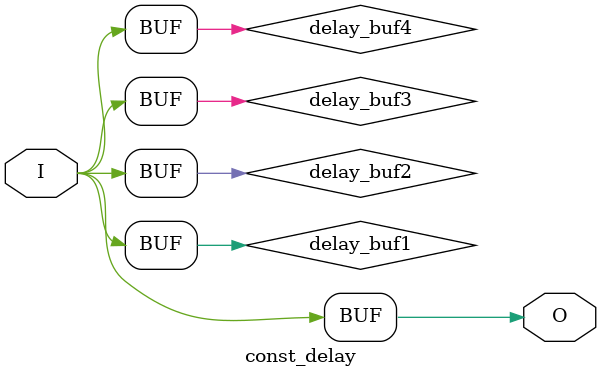
<source format=v>
`timescale 1ns / 1ps

module const_delay (
    input  wire I,
    output wire O
);
    
    // Внутренние сигналы для цепочки задержек
    wire delay_buf1, delay_buf2, delay_buf3, delay_buf4;
    
    // Задержки из SDF файла (конвертировано из пс в нс)
    // DELAY_STAGES[0].u_delay_inst
    assign #(0.133, 0.138) delay_buf1 = I;  // rise: 0.133ns, fall: 0.138ns
    
    // DELAY_STAGES[1].u_delay_inst
    assign #(0.135, 0.143) delay_buf2 = delay_buf1;  // rise: 0.135ns, fall: 0.143ns
    
    // DELAY_STAGES[2].u_delay_inst
    assign #(0.135, 0.143) delay_buf3 = delay_buf2;  // rise: 0.135ns, fall: 0.143ns
    
    // DELAY_STAGES[3].u_delay_inst
    assign #(0.135, 0.143) delay_buf4 = delay_buf3;  // rise: 0.135ns, fall: 0.143ns
    
    // DELAY_STAGES[4].u_delay_inst
    assign #(0.133, 0.141) O = delay_buf4;  // rise: 0.133ns, fall: 0.141ns

endmodule
</source>
